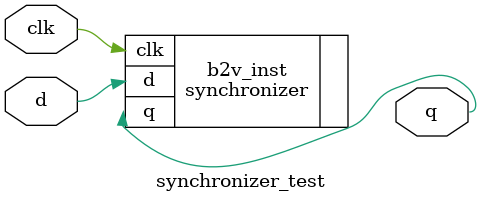
<source format=v>


module synchronizer_test(
	clk,
	d,
	q
);


input wire	clk;
input wire	d;
output wire	q;






synchronizer	b2v_inst(
	.clk(clk),
	.d(d),
	.q(q));


endmodule

</source>
